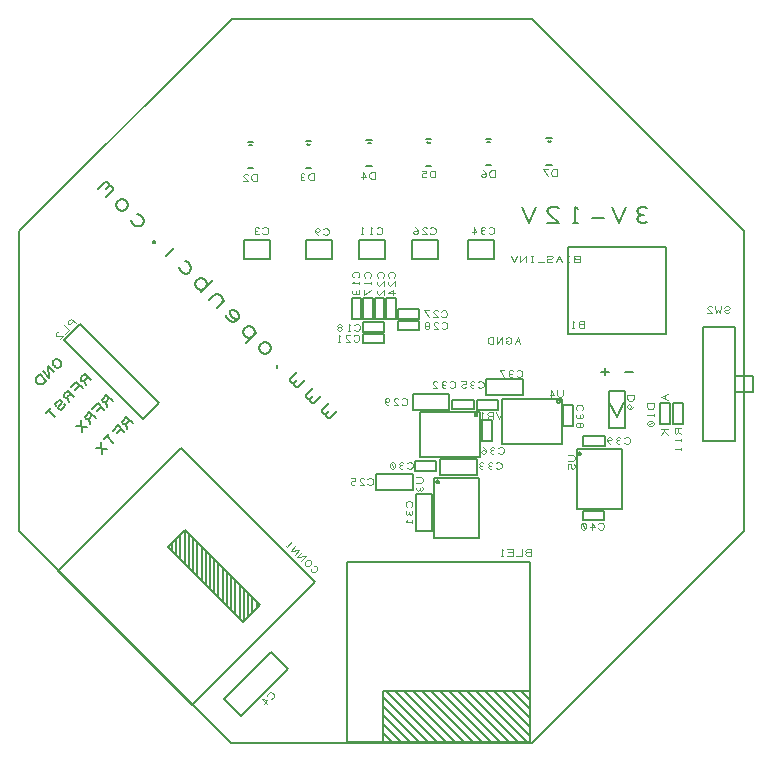
<source format=gbo>
G04 EasyPC Gerber Version 20.0.2 Build 4112 *
G04 #@! TF.Part,Single*
G04 #@! TF.FileFunction,Legend,Bot *
%FSLAX24Y24*%
%MOIN*%
%ADD116C,0.00300*%
%ADD84C,0.00500*%
%ADD117C,0.00600*%
%ADD113C,0.00800*%
X0Y0D02*
D02*
D84*
X1280Y12663D02*
X1227Y12610D01*
X1244Y12592*
X1298Y12574*
X1333*
X1386Y12592*
X1421Y12627*
X1439Y12680*
Y12716*
X1421Y12769*
X1351Y12839*
X1298Y12857*
X1262*
X1209Y12839*
X1174Y12804*
X1156Y12751*
Y12716*
X1174Y12663*
X1209Y12415D02*
X997Y12627D01*
X1032Y12238*
X820Y12451*
X926Y12132D02*
X714Y12344D01*
X608Y12238*
X590Y12185*
Y12150*
X608Y12097*
X679Y12026*
X732Y12009*
X767*
X820Y12026*
X926Y12132*
X2061Y14009D02*
X4695Y11375D01*
X4165Y10845*
X1531Y13479*
X2061Y14009*
X2442Y12158D02*
X2230Y12370D01*
X2106Y12246*
X2088Y12193*
X2106Y12140*
X2159Y12123*
X2212Y12140*
X2336Y12264*
X2212Y12140D02*
X2265Y11981D01*
X2159Y11875D02*
X1947Y12087D01*
X1770Y11911*
X1912Y11840D02*
X2053Y11981D01*
X1876Y11592D02*
X1664Y11804D01*
X1540Y11681*
X1523Y11628*
X1540Y11575*
X1593Y11557*
X1646Y11575*
X1770Y11698*
X1646Y11575D02*
X1699Y11416D01*
X1540Y11363D02*
X1558Y11309D01*
X1540Y11256*
X1470Y11186*
X1417Y11168*
X1364Y11186*
X1346Y11239*
X1364Y11292*
X1434Y11363*
X1452Y11416*
X1434Y11469*
X1381Y11486*
X1328Y11469*
X1258Y11398*
X1240Y11345*
X1258Y11292*
X1222Y10938D02*
X1010Y11150D01*
X1098Y11239D02*
X922Y11062D01*
X3152Y11448D02*
X2940Y11660D01*
X2816Y11536*
X2798Y11483*
X2816Y11430*
X2869Y11413*
X2922Y11430*
X3046Y11554*
X2922Y11430D02*
X2975Y11271D01*
X2869Y11165D02*
X2657Y11377D01*
X2480Y11201*
X2622Y11130D02*
X2763Y11271D01*
X2586Y10882D02*
X2374Y11094D01*
X2250Y10971*
X2233Y10918*
X2250Y10865*
X2303Y10847*
X2356Y10865*
X2480Y10988*
X2356Y10865D02*
X2409Y10706D01*
X2303Y10599D02*
X1915Y10635D01*
X2091Y10812D02*
X2127Y10423D01*
X3822Y10718D02*
X3610Y10930D01*
X3486Y10806*
X3468Y10753*
X3486Y10700*
X3539Y10683*
X3592Y10700*
X3716Y10824*
X3592Y10700D02*
X3645Y10541D01*
X3539Y10435D02*
X3327Y10647D01*
X3150Y10471*
X3292Y10400D02*
X3433Y10541D01*
X3168Y10064D02*
X2956Y10276D01*
X3044Y10364D02*
X2867Y10188D01*
X2973Y9869D02*
X2585Y9905D01*
X2761Y10082D02*
X2797Y9693D01*
X5089Y6706D02*
X5125Y6670D01*
Y6529*
X5266Y6882D02*
Y6387D01*
X5407Y7024D02*
Y6246D01*
X5549Y7165D02*
Y6105D01*
X5690Y7024D02*
Y5963D01*
X5811Y1317D02*
X1327Y5801D01*
X5429Y9902*
X9912Y5419*
X5811Y1317*
X5832Y6882D02*
Y5822D01*
X5973Y6741D02*
Y5680D01*
X6115Y6600D02*
Y5539D01*
X6256Y6458D02*
Y5397D01*
X6397Y6317D02*
Y5256D01*
X6539Y6175D02*
Y5115D01*
X6680Y6034D02*
Y4973D01*
X6822Y5892D02*
Y4832D01*
X6963Y5751D02*
Y4690D01*
X7105Y5610D02*
Y4549D01*
X7246Y5468D02*
Y4408D01*
X7387Y5327D02*
Y4266D01*
X7501Y4096D02*
X4997Y6600D01*
X5556Y7158*
X8059Y4655*
X7501Y4096*
X7953Y4549D02*
Y4761D01*
X7812Y4902*
Y4408*
X7670Y4266*
Y5044*
X7529Y5185*
Y4125*
X8412Y16186D02*
X7546D01*
Y16816*
X8412*
Y16186*
X8986Y2510D02*
X7430Y954D01*
X6864Y1520*
X8420Y3076*
X8986Y2510*
X10620Y11110D02*
X10388Y10878D01*
X10321*
X10255Y10944*
Y11010*
X10354Y11110*
X10255Y11010D02*
X10189Y11010D01*
X10122Y11076*
Y11143*
X10354Y11375*
X10089Y11640D02*
X9857Y11408D01*
X9791*
X9725Y11474*
Y11541*
X9824Y11640*
X9725Y11541D02*
X9658D01*
X9592Y11607*
Y11673*
X9824Y11905*
X9559Y12170D02*
X9327Y11938D01*
X9261*
X9194Y12005*
Y12071*
X9294Y12170*
X9194Y12071D02*
X9128Y12071D01*
X9062Y12137*
Y12203*
X9294Y12435*
X8631Y12568D02*
Y12634D01*
X8664Y12667*
X8333Y13065D02*
X8233Y13032D01*
X8134Y13065*
X8067Y13131*
X8034Y13231*
X8067Y13330*
X8134Y13397*
X8233Y13430*
X8333Y13397*
X8399Y13330*
X8432Y13231*
X8399Y13131*
X8333Y13065*
X7968Y13761D02*
X7603Y13397D01*
X7802Y13596D02*
X7703Y13562D01*
X7603Y13596*
X7537Y13662*
X7504Y13761*
X7537Y13861*
X7603Y13927*
X7703Y13960*
X7802Y13927*
X7869Y13861*
X7902Y13761*
X7869Y13662*
X7802Y13596*
X6940Y14325D02*
Y14258D01*
X7007Y14192*
X7073Y14126*
X7172Y14093*
X7272Y14126*
X7371Y14225*
X7371Y14292*
X7338Y14391*
X7272Y14457*
X7172Y14490*
X7106Y14490*
X7073Y14457*
Y14391*
X7106Y14292*
X7172Y14225*
X7272Y14192*
X7338*
X6642Y14557D02*
X6907Y14822D01*
X6808Y14722D02*
X6841Y14822D01*
X6808Y14921*
X6742Y14988*
X6642Y15021*
X6543Y14988*
X6377Y14822*
X6211Y15187D02*
X6112Y15153D01*
X6012Y15187*
X5946Y15253*
X5913Y15352*
X5946Y15452*
X6012Y15518*
X6112Y15551*
X6211Y15518*
X6278Y15452*
X6311Y15352*
X6278Y15253*
X6112Y15087D02*
X6510Y15485D01*
X5548Y16115D02*
X5648Y16081D01*
X5747Y15982*
X5780Y15883*
X5747Y15783*
X5681Y15717*
X5581Y15684*
X5482Y15717*
X5383Y15816*
X5349Y15916*
X4919Y16280D02*
X5184Y16546D01*
X5283Y16645D02*
X4488Y16711*
X4488Y16778D01*
X4554*
X4554Y16711*
X4488*
X3957Y17706D02*
X4057Y17672D01*
X4156Y17573*
X4189Y17474*
X4156Y17374*
X4090Y17308*
X3990Y17275*
X3891Y17308*
X3792Y17407*
X3758Y17507*
X3560Y17838D02*
X3460Y17805D01*
X3361Y17838*
X3294Y17904*
X3261Y18004*
X3294Y18103*
X3361Y18170*
X3460Y18203*
X3560Y18170*
X3626Y18103*
X3659Y18004*
X3626Y17904*
X3560Y17838*
X2930Y18269D02*
X3195Y18534D01*
X3162Y18501D02*
Y18567D01*
X3096Y18634*
X3029*
X2930Y18534*
X3029Y18634D02*
X3029Y18700D01*
X2963Y18766*
X2897*
X2665Y18534*
X10452Y16186D02*
X9586D01*
Y16816*
X10452*
Y16186*
X11445Y14905D02*
X11125D01*
Y14195*
X11445*
Y14905*
X11825D02*
X11505D01*
Y14195*
X11825*
Y14905*
X12195Y13375D02*
Y13695D01*
X11485*
Y13375*
X12195*
Y13755D02*
Y14075D01*
X11485*
Y13755*
X12195*
X12205Y14905D02*
X11885D01*
Y14195*
X12205*
Y14905*
X12232Y16186D02*
X11366D01*
Y16816*
X12232*
Y16186*
X12585Y14905D02*
X12265D01*
Y14195*
X12585*
Y14905*
X13235Y9445D02*
Y9125D01*
X13945*
Y9445*
X13235*
X13375Y13815D02*
Y14135D01*
X12665*
Y13815*
X13375*
Y14195D02*
Y14515D01*
X12665*
Y14195*
X13375*
X13675Y105D02*
X12175Y1605D01*
Y1305*
X13375Y105*
X13075*
X12175Y1005*
Y705*
X12775Y105*
X12475*
X12175Y405*
X13975Y105D02*
X12275Y1805D01*
X13992Y16186D02*
X13126D01*
Y16816*
X13992*
Y16186*
X14275Y105D02*
X12575Y1805D01*
X14475Y11495D02*
Y11175D01*
X15185*
Y11495*
X14475*
X14575Y105D02*
X12875Y1805D01*
X14875Y105D02*
X13175Y1805D01*
X15175Y105D02*
X13475Y1805D01*
X15475Y105D02*
X13775Y1805D01*
X15475Y10115D02*
X15795D01*
Y10825*
X15475*
Y10115*
X15775Y105D02*
X14075Y1805D01*
X15872Y16186D02*
X15006D01*
Y16816*
X15872*
Y16186*
X15995Y11165D02*
Y11485D01*
X15285*
Y11165*
X15995*
X16075Y105D02*
X14375Y1805D01*
X16375Y105D02*
X14675Y1805D01*
X16675Y105D02*
X14975Y1805D01*
X16830Y11650D02*
Y12180D01*
X15600*
Y11650*
X16830*
X16975Y105D02*
X15275Y1805D01*
X17075Y105D02*
X12175D01*
Y1805*
X17075*
Y105*
X10975*
Y6105*
X17075*
Y105*
Y305D02*
X15575Y1805D01*
X17075Y605D02*
X15875Y1805D01*
X17075Y905D02*
X16175Y1805D01*
X17075Y1205D02*
X16475Y1805D01*
X17075Y1505D02*
X16775Y1805D01*
X17135Y24195D02*
X7115D01*
X35Y17115*
Y7125*
X7105Y55*
X17115*
X24195Y7135*
Y17125*
X23795Y17525*
X17135Y24195*
X18335Y16605D02*
X21585D01*
Y13705*
X18335*
Y16605*
X18495Y11325D02*
X18175D01*
Y10615*
X18495*
Y11325*
X18835Y7795D02*
Y7475D01*
X19545*
Y7795*
X18835*
X18845Y10275D02*
Y9955D01*
X19555*
Y10275*
X18845*
X19435Y12436D02*
X19685D01*
X19560Y12561D02*
Y12311D01*
X19690Y10550D02*
X20220D01*
Y11780*
X19690*
Y10550*
X19705Y11415D02*
X19955Y10915D01*
X20205Y11415*
X20235Y12436D02*
X20485D01*
X20968Y17423D02*
X20874Y17376D01*
X20781*
X20687Y17423*
X20640Y17516*
X20687Y17610*
X20781Y17657*
X20874*
X20781D02*
X20687Y17704D01*
X20640Y17798*
X20687Y17891*
X20781Y17938*
X20874*
X20968Y17891*
X20265Y17938D02*
X20031Y17376D01*
X19796Y17938*
X19515Y17563D02*
X19140D01*
X18671Y17376D02*
X18484D01*
X18577D02*
Y17938D01*
X18671Y17844*
X17640Y17376D02*
X18015D01*
X17687Y17704*
X17640Y17798*
X17687Y17891*
X17781Y17938*
X17921*
X18015Y17891*
X17265Y17938D02*
X17031Y17376D01*
X16796Y17938*
X21715Y11385D02*
X21395D01*
Y10675*
X21715*
Y11385*
X21845Y10675D02*
X22165D01*
Y11385*
X21845*
Y10675*
X23885Y13915D02*
Y10115D01*
X22845*
Y13915*
X23885*
X24485Y12275D02*
Y11755D01*
X23885*
Y12275*
X24485*
D02*
D113*
X11930Y9020D02*
Y8490D01*
X13160*
Y9020*
X11930*
X13260Y7120D02*
X13790D01*
Y8350*
X13260*
Y7120*
X13395Y11075D02*
Y9575D01*
X15395*
Y11075*
X13395*
X13875Y6895D02*
X15375D01*
Y8895*
X13875*
Y6895*
X13986Y8722D02*
X13974Y8723D01*
X13963Y8728*
X13954Y8735*
X13947Y8744*
X13943Y8755*
X13941Y8766*
X13943Y8778*
X13947Y8789*
X13954Y8798*
X13963Y8805*
X13974Y8809*
X13986Y8811*
X13997Y8809*
X14008Y8805*
X14017Y8798*
X14024Y8789*
X14029Y8778*
X14030Y8766*
X14029Y8755*
X14024Y8744*
X14017Y8735*
X14008Y8728*
X13997Y8723*
X13986Y8722*
X14380Y11170D02*
Y11700D01*
X13150*
Y11170*
X14380*
X15214Y10999D02*
X15216Y11011D01*
X15220Y11021*
X15227Y11031*
X15237Y11038*
X15247Y11042*
X15259Y11044*
X15271Y11042*
X15281Y11038*
X15291Y11031*
X15298Y11021*
X15302Y11011*
X15304Y10999*
X15302Y10988*
X15298Y10977*
X15291Y10967*
X15281Y10960*
X15270Y10956*
X15259Y10954*
X15247Y10956*
X15237Y10960*
X15227Y10968*
X15220Y10977*
X15216Y10988*
X15214Y10999*
X15290Y9000D02*
Y9530D01*
X14060*
Y9000*
X15290*
X16145Y11525D02*
Y10025D01*
X18145*
Y11525*
X16145*
X17964Y11449D02*
X17966Y11461D01*
X17970Y11471*
X17977Y11481*
X17987Y11488*
X17997Y11492*
X18009Y11494*
X18021Y11492*
X18031Y11488*
X18041Y11481*
X18048Y11471*
X18052Y11461*
X18054Y11449*
X18052Y11438*
X18048Y11427*
X18041Y11417*
X18031Y11410*
X18020Y11406*
X18009Y11404*
X17997Y11406*
X17987Y11410*
X17977Y11418*
X17970Y11427*
X17966Y11438*
X17964Y11449*
X18635Y7845D02*
X20135D01*
Y9845*
X18635*
Y7845*
X18711Y9664D02*
X18699Y9666D01*
X18689Y9670*
X18679Y9677*
X18672Y9687*
X18668Y9697*
X18666Y9709*
X18668Y9721*
X18672Y9731*
X18679Y9741*
X18689Y9748*
X18699Y9752*
X18711Y9754*
X18722Y9752*
X18733Y9748*
X18743Y9741*
X18750Y9731*
X18754Y9720*
X18756Y9709*
X18754Y9697*
X18750Y9687*
X18742Y9677*
X18733Y9670*
X18722Y9666*
X18711Y9664*
D02*
D116*
X1916Y14049D02*
X1756Y14208D01*
X1664Y14115*
X1650Y14075*
X1664Y14035*
X1703Y14022*
X1743Y14035*
X1836Y14128*
X1544Y13996D02*
X1703Y13837D01*
X1571Y13704*
X1385Y13518D02*
X1491Y13624D01*
X1306*
X1266Y13638*
X1253Y13677*
X1266Y13717*
X1306Y13757*
X1346Y13770*
X7955Y18801D02*
Y19026D01*
X7842*
X7805Y19008*
X7786Y18989*
X7767Y18951*
Y18876*
X7786Y18839*
X7805Y18820*
X7842Y18801*
X7955*
X7505D02*
X7655D01*
X7524Y18933*
X7505Y18970*
X7524Y19008*
X7561Y19026*
X7617*
X7655Y19008*
X8147Y17059D02*
X8166Y17040D01*
X8204Y17021*
X8260*
X8297Y17040*
X8316Y17059*
X8335Y17096*
Y17171*
X8316Y17209*
X8297Y17228*
X8260Y17246*
X8204*
X8166Y17228*
X8147Y17209*
X8016Y17040D02*
X7979Y17021D01*
X7941*
X7904Y17040*
X7885Y17078*
X7904Y17115*
X7941Y17134*
X7979*
X7941D02*
X7904Y17153D01*
X7885Y17190*
X7904Y17228*
X7941Y17246*
X7979*
X8016Y17228*
X8416Y1529D02*
X8443D01*
X8482Y1542*
X8522Y1582*
X8535Y1621*
X8535Y1648*
X8522Y1688*
X8469Y1741*
X8429Y1754*
X8403*
X8363Y1741*
X8323Y1701*
X8310Y1661*
Y1635*
X8297Y1356D02*
X8138Y1515D01*
X8310Y1476*
X8204Y1370*
X9749Y5864D02*
Y5837D01*
X9762Y5798*
X9802Y5758*
X9841Y5745*
X9868Y5745*
X9908Y5758*
X9961Y5811*
X9974Y5851*
Y5877*
X9961Y5917*
X9921Y5957*
X9881Y5970*
X9855*
X9696D02*
X9749Y6023D01*
X9762Y6063*
Y6089*
X9749Y6129*
X9722Y6156*
X9682Y6169*
X9656*
X9616Y6156*
X9563Y6103*
X9550Y6063*
Y6036*
X9563Y5996*
X9590Y5970*
X9629Y5957*
X9656Y5957*
X9696Y5970*
X9431Y6129D02*
X9590Y6288D01*
X9298Y6262*
X9457Y6421*
X9218Y6341D02*
X9377Y6500D01*
X9086Y6474*
X9245Y6633*
X8980Y6580D02*
X8927Y6633D01*
X8953Y6606D02*
X9112Y6765D01*
X9112Y6712*
X9865Y18821D02*
Y19046D01*
X9752*
X9715Y19028*
X9696Y19009*
X9677Y18971*
Y18896*
X9696Y18859*
X9715Y18840*
X9752Y18821*
X9865*
X9546Y18840D02*
X9509Y18821D01*
X9471*
X9434Y18840*
X9415Y18878*
X9434Y18915*
X9471Y18934*
X9509*
X9471D02*
X9434Y18953D01*
X9415Y18990*
X9434Y19028*
X9471Y19046*
X9509*
X9546Y19028*
X10167Y17029D02*
X10186Y17010D01*
X10224Y16991*
X10280*
X10317Y17010*
X10336Y17029*
X10355Y17066*
Y17141*
X10336Y17179*
X10317Y17198*
X10280Y17216*
X10224*
X10186Y17198*
X10167Y17179*
X9999Y16991D02*
X9961Y17010D01*
X9924Y17048*
X9905Y17104*
Y17160*
X9924Y17198*
X9961Y17216*
X9999*
X10036Y17198*
X10055Y17160*
X10036Y17123*
X9999Y17104*
X9961*
X9924Y17123*
X9905Y17160*
X11187Y13479D02*
X11206Y13460D01*
X11244Y13441*
X11300*
X11337Y13460*
X11356Y13479*
X11375Y13516*
Y13591*
X11356Y13629*
X11337Y13648*
X11300Y13666*
X11244*
X11206Y13648*
X11187Y13629*
X10925Y13441D02*
X11075D01*
X10944Y13573*
X10925Y13610*
X10944Y13648*
X10981Y13666*
X11037*
X11075Y13648*
X10737Y13441D02*
X10662D01*
X10700D02*
Y13666D01*
X10737Y13629*
X11207Y13839D02*
X11226Y13820D01*
X11264Y13801*
X11320*
X11357Y13820*
X11376Y13839*
X11395Y13876*
Y13951*
X11376Y13989*
X11357Y14008*
X11320Y14026*
X11264*
X11226Y14008*
X11207Y13989*
X11057Y13801D02*
X10982D01*
X11020D02*
Y14026D01*
X11057Y13989*
X10739Y13914D02*
X10701D01*
X10664Y13933*
X10645Y13970*
X10664Y14008*
X10701Y14026*
X10739*
X10776Y14008*
X10795Y13970*
X10776Y13933*
X10739Y13914*
X10776Y13895*
X10795Y13858*
X10776Y13820*
X10739Y13801*
X10701*
X10664Y13820*
X10645Y13858*
X10664Y13895*
X10701Y13914*
X11331Y15577D02*
X11350Y15596D01*
X11369Y15634*
Y15690*
X11350Y15727*
X11331Y15746*
X11294Y15765*
X11219*
X11181Y15746*
X11162Y15727*
X11144Y15690*
Y15634*
X11162Y15596*
X11181Y15577*
X11369Y15427D02*
Y15352D01*
Y15390D02*
X11144D01*
X11181Y15427*
X11350Y15146D02*
X11369Y15109D01*
Y15071*
X11350Y15034*
X11312Y15015*
X11275Y15034*
X11256Y15071*
Y15109*
Y15071D02*
X11237Y15034D01*
X11200Y15015*
X11162Y15034*
X11144Y15071*
Y15109*
X11162Y15146*
X11721Y15567D02*
X11740Y15586D01*
X11759Y15624*
Y15680*
X11740Y15717*
X11721Y15736*
X11684Y15755*
X11609*
X11571Y15736*
X11552Y15717*
X11534Y15680*
Y15624*
X11552Y15586*
X11571Y15567*
X11759Y15417D02*
Y15342D01*
Y15380D02*
X11534D01*
X11571Y15417*
X11759Y15155D02*
X11534Y15005D01*
Y15155*
X11647Y8699D02*
X11666Y8680D01*
X11704Y8661*
X11760*
X11797Y8680*
X11816Y8699*
X11835Y8736*
Y8811*
X11816Y8849*
X11797Y8868*
X11760Y8886*
X11704*
X11666Y8868*
X11647Y8849*
X11385Y8661D02*
X11535D01*
X11404Y8793*
X11385Y8830*
X11404Y8868*
X11441Y8886*
X11497*
X11535Y8868*
X11235Y8680D02*
X11197Y8661D01*
X11141*
X11104Y8680*
X11085Y8718*
Y8736*
X11104Y8774*
X11141Y8793*
X11235*
Y8886*
X11085*
X11895Y18861D02*
Y19086D01*
X11782*
X11745Y19068*
X11726Y19049*
X11707Y19011*
Y18936*
X11726Y18899*
X11745Y18880*
X11782Y18861*
X11895*
X11501D02*
Y19086D01*
X11595Y18936*
X11445*
X11957Y17059D02*
X11976Y17040D01*
X12014Y17021*
X12070*
X12107Y17040*
X12126Y17059*
X12145Y17096*
Y17171*
X12126Y17209*
X12107Y17228*
X12070Y17246*
X12014*
X11976Y17228*
X11957Y17209*
X11807Y17021D02*
X11732D01*
X11770D02*
Y17246D01*
X11807Y17209*
X11507Y17021D02*
X11432D01*
X11470D02*
Y17246D01*
X11507Y17209*
X12151Y15567D02*
X12170Y15586D01*
X12189Y15624*
Y15680*
X12170Y15717*
X12151Y15736*
X12114Y15755*
X12039*
X12001Y15736*
X11982Y15717*
X11964Y15680*
Y15624*
X11982Y15586*
X12001Y15567*
X12189Y15305D02*
Y15455D01*
X12057Y15324*
X12020Y15305*
X11982Y15324*
X11964Y15361*
Y15417*
X11982Y15455*
X12189Y15005D02*
Y15155D01*
X12057Y15024*
X12020Y15005*
X11982Y15024*
X11964Y15061*
Y15117*
X11982Y15155*
X12521Y15567D02*
X12540Y15586D01*
X12559Y15624*
Y15680*
X12540Y15717*
X12521Y15736*
X12484Y15755*
X12409*
X12371Y15736*
X12352Y15717*
X12334Y15680*
Y15624*
X12352Y15586*
X12371Y15567*
X12559Y15305D02*
Y15455D01*
X12427Y15324*
X12390Y15305*
X12352Y15324*
X12334Y15361*
Y15417*
X12352Y15455*
X12559Y15061D02*
X12334D01*
X12484Y15155*
Y15005*
X12787Y11359D02*
X12806Y11340D01*
X12844Y11321*
X12900*
X12937Y11340*
X12956Y11359*
X12975Y11396*
Y11471*
X12956Y11509*
X12937Y11528*
X12900Y11546*
X12844*
X12806Y11528*
X12787Y11509*
X12525Y11321D02*
X12675D01*
X12544Y11453*
X12525Y11490*
X12544Y11528*
X12581Y11546*
X12637*
X12675Y11528*
X12319Y11321D02*
X12281Y11340D01*
X12244Y11378*
X12225Y11434*
Y11490*
X12244Y11528*
X12281Y11546*
X12319*
X12356Y11528*
X12375Y11490*
X12356Y11453*
X12319Y11434*
X12281*
X12244Y11453*
X12225Y11490*
X12967Y9239D02*
X12986Y9220D01*
X13024Y9201*
X13080*
X13117Y9220*
X13136Y9239*
X13155Y9276*
Y9351*
X13136Y9389*
X13117Y9408*
X13080Y9426*
X13024*
X12986Y9408*
X12967Y9389*
X12836Y9220D02*
X12799Y9201D01*
X12761*
X12724Y9220*
X12705Y9258*
X12724Y9295*
X12761Y9314*
X12799*
X12761D02*
X12724Y9333D01*
X12705Y9370*
X12724Y9408*
X12761Y9426*
X12799*
X12836Y9408*
X12536Y9220D02*
X12499Y9201D01*
X12461*
X12424Y9220*
X12405Y9258*
Y9370*
X12424Y9408*
X12461Y9426*
X12499*
X12536Y9408*
X12555Y9370*
Y9258*
X12536Y9220*
X12424Y9408*
X13101Y7927D02*
X13120Y7946D01*
X13139Y7984*
Y8040*
X13120Y8077*
X13101Y8096*
X13064Y8115*
X12989*
X12951Y8096*
X12932Y8077*
X12914Y8040*
Y7984*
X12932Y7946*
X12951Y7927*
X13120Y7796D02*
X13139Y7759D01*
Y7721*
X13120Y7684*
X13082Y7665*
X13045Y7684*
X13026Y7721*
Y7759*
Y7721D02*
X13007Y7684D01*
X12970Y7665*
X12932Y7684*
X12914Y7721*
Y7759*
X12932Y7796*
X13139Y7477D02*
Y7402D01*
Y7440D02*
X12914D01*
X12951Y7477*
X13274Y8915D02*
X13442D01*
X13480Y8896*
X13499Y8859*
Y8784*
X13480Y8746*
X13442Y8727*
X13274*
X13480Y8596D02*
X13499Y8559D01*
Y8521*
X13480Y8484*
X13442Y8465*
X13405Y8484*
X13386Y8521*
Y8559*
Y8521D02*
X13367Y8484D01*
X13330Y8465*
X13292Y8484*
X13274Y8521*
Y8559*
X13292Y8596*
X13905Y18911D02*
Y19136D01*
X13792*
X13755Y19118*
X13736Y19099*
X13717Y19061*
Y18986*
X13736Y18949*
X13755Y18930*
X13792Y18911*
X13905*
X13605Y18930D02*
X13567Y18911D01*
X13511*
X13474Y18930*
X13455Y18968*
Y18986*
X13474Y19024*
X13511Y19043*
X13605*
Y19136*
X13455*
X13727Y17059D02*
X13746Y17040D01*
X13784Y17021*
X13840*
X13877Y17040*
X13896Y17059*
X13915Y17096*
Y17171*
X13896Y17209*
X13877Y17228*
X13840Y17246*
X13784*
X13746Y17228*
X13727Y17209*
X13465Y17021D02*
X13615D01*
X13484Y17153*
X13465Y17190*
X13484Y17228*
X13521Y17246*
X13577*
X13615Y17228*
X13315Y17078D02*
X13296Y17115D01*
X13259Y17134*
X13221*
X13184Y17115*
X13165Y17078*
X13184Y17040*
X13221Y17021*
X13259*
X13296Y17040*
X13315Y17078*
Y17134*
X13296Y17190*
X13259Y17228*
X13221Y17246*
X14107Y14289D02*
X14126Y14270D01*
X14164Y14251*
X14220*
X14257Y14270*
X14276Y14289*
X14295Y14326*
Y14401*
X14276Y14439*
X14257Y14458*
X14220Y14476*
X14164*
X14126Y14458*
X14107Y14439*
X13845Y14251D02*
X13995D01*
X13864Y14383*
X13845Y14420*
X13864Y14458*
X13901Y14476*
X13957*
X13995Y14458*
X13695Y14251D02*
X13545Y14476D01*
X13695*
X14117Y13899D02*
X14136Y13880D01*
X14174Y13861*
X14230*
X14267Y13880*
X14286Y13899*
X14305Y13936*
Y14011*
X14286Y14049*
X14267Y14068*
X14230Y14086*
X14174*
X14136Y14068*
X14117Y14049*
X13855Y13861D02*
X14005D01*
X13874Y13993*
X13855Y14030*
X13874Y14068*
X13911Y14086*
X13967*
X14005Y14068*
X13649Y13974D02*
X13611D01*
X13574Y13993*
X13555Y14030*
X13574Y14068*
X13611Y14086*
X13649*
X13686Y14068*
X13705Y14030*
X13686Y13993*
X13649Y13974*
X13686Y13955*
X13705Y13918*
X13686Y13880*
X13649Y13861*
X13611*
X13574Y13880*
X13555Y13918*
X13574Y13955*
X13611Y13974*
X14387Y11929D02*
X14406Y11910D01*
X14444Y11891*
X14500*
X14537Y11910*
X14556Y11929*
X14575Y11966*
Y12041*
X14556Y12079*
X14537Y12098*
X14500Y12116*
X14444*
X14406Y12098*
X14387Y12079*
X14256Y11910D02*
X14219Y11891D01*
X14181*
X14144Y11910*
X14125Y11948*
X14144Y11985*
X14181Y12004*
X14219*
X14181D02*
X14144Y12023D01*
X14125Y12060*
X14144Y12098*
X14181Y12116*
X14219*
X14256Y12098*
X13825Y11891D02*
X13975D01*
X13844Y12023*
X13825Y12060*
X13844Y12098*
X13881Y12116*
X13937*
X13975Y12098*
X15327Y11929D02*
X15346Y11910D01*
X15384Y11891*
X15440*
X15477Y11910*
X15496Y11929*
X15515Y11966*
Y12041*
X15496Y12079*
X15477Y12098*
X15440Y12116*
X15384*
X15346Y12098*
X15327Y12079*
X15196Y11910D02*
X15159Y11891D01*
X15121*
X15084Y11910*
X15065Y11948*
X15084Y11985*
X15121Y12004*
X15159*
X15121D02*
X15084Y12023D01*
X15065Y12060*
X15084Y12098*
X15121Y12116*
X15159*
X15196Y12098*
X14915Y11910D02*
X14877Y11891D01*
X14821*
X14784Y11910*
X14765Y11948*
Y11966*
X14784Y12004*
X14821Y12023*
X14915*
Y12116*
X14765*
X15687Y17069D02*
X15706Y17050D01*
X15744Y17031*
X15800*
X15837Y17050*
X15856Y17069*
X15875Y17106*
Y17181*
X15856Y17219*
X15837Y17238*
X15800Y17256*
X15744*
X15706Y17238*
X15687Y17219*
X15556Y17050D02*
X15519Y17031D01*
X15481*
X15444Y17050*
X15425Y17088*
X15444Y17125*
X15481Y17144*
X15519*
X15481D02*
X15444Y17163D01*
X15425Y17200*
X15444Y17238*
X15481Y17256*
X15519*
X15556Y17238*
X15181Y17031D02*
Y17256D01*
X15275Y17106*
X15125*
X15895Y18921D02*
Y19146D01*
X15782*
X15745Y19128*
X15726Y19109*
X15707Y19071*
Y18996*
X15726Y18959*
X15745Y18940*
X15782Y18921*
X15895*
X15595Y18978D02*
X15576Y19015D01*
X15539Y19034*
X15501*
X15464Y19015*
X15445Y18978*
X15464Y18940*
X15501Y18921*
X15539*
X15576Y18940*
X15595Y18978*
Y19034*
X15576Y19090*
X15539Y19128*
X15501Y19146*
X15927Y9229D02*
X15946Y9210D01*
X15984Y9191*
X16040*
X16077Y9210*
X16096Y9229*
X16115Y9266*
Y9341*
X16096Y9379*
X16077Y9398*
X16040Y9416*
X15984*
X15946Y9398*
X15927Y9379*
X15796Y9210D02*
X15759Y9191D01*
X15721*
X15684Y9210*
X15665Y9248*
X15684Y9285*
X15721Y9304*
X15759*
X15721D02*
X15684Y9323D01*
X15665Y9360*
X15684Y9398*
X15721Y9416*
X15759*
X15796Y9398*
X15496Y9210D02*
X15459Y9191D01*
X15421*
X15384Y9210*
X15365Y9248*
X15384Y9285*
X15421Y9304*
X15459*
X15421D02*
X15384Y9323D01*
X15365Y9360*
X15384Y9398*
X15421Y9416*
X15459*
X15496Y9398*
X16135Y11086D02*
X16041Y10861D01*
X15947Y11086*
X15835Y10861D02*
Y11086D01*
X15704*
X15666Y11068*
X15647Y11030*
X15666Y10993*
X15704Y10974*
X15835*
X15704D02*
X15647Y10861D01*
X15497D02*
X15422D01*
X15460D02*
Y11086D01*
X15497Y11049*
X16007Y9739D02*
X16026Y9720D01*
X16064Y9701*
X16120*
X16157Y9720*
X16176Y9739*
X16195Y9776*
Y9851*
X16176Y9889*
X16157Y9908*
X16120Y9926*
X16064*
X16026Y9908*
X16007Y9889*
X15876Y9720D02*
X15839Y9701D01*
X15801*
X15764Y9720*
X15745Y9758*
X15764Y9795*
X15801Y9814*
X15839*
X15801D02*
X15764Y9833D01*
X15745Y9870*
X15764Y9908*
X15801Y9926*
X15839*
X15876Y9908*
X15595Y9758D02*
X15576Y9795D01*
X15539Y9814*
X15501*
X15464Y9795*
X15445Y9758*
X15464Y9720*
X15501Y9701*
X15539*
X15576Y9720*
X15595Y9758*
Y9814*
X15576Y9870*
X15539Y9908*
X15501Y9926*
X16745Y13361D02*
X16651Y13586D01*
X16557Y13361*
X16707Y13455D02*
X16595D01*
X16314D02*
X16257D01*
Y13436*
X16276Y13399*
X16295Y13380*
X16332Y13361*
X16370*
X16407Y13380*
X16426Y13399*
X16445Y13436*
Y13511*
X16426Y13549*
X16407Y13568*
X16370Y13586*
X16332*
X16295Y13568*
X16276Y13549*
X16257Y13511*
X16145Y13361D02*
Y13586D01*
X15957Y13361*
Y13586*
X15845Y13361D02*
Y13586D01*
X15732*
X15695Y13568*
X15676Y13549*
X15657Y13511*
Y13436*
X15676Y13399*
X15695Y13380*
X15732Y13361*
X15845*
X16617Y12299D02*
X16636Y12280D01*
X16674Y12261*
X16730*
X16767Y12280*
X16786Y12299*
X16805Y12336*
Y12411*
X16786Y12449*
X16767Y12468*
X16730Y12486*
X16674*
X16636Y12468*
X16617Y12449*
X16486Y12280D02*
X16449Y12261D01*
X16411*
X16374Y12280*
X16355Y12318*
X16374Y12355*
X16411Y12374*
X16449*
X16411D02*
X16374Y12393D01*
X16355Y12430*
X16374Y12468*
X16411Y12486*
X16449*
X16486Y12468*
X16205Y12261D02*
X16055Y12486D01*
X16205*
X16964Y6414D02*
X16926Y6395D01*
X16907Y6358*
X16926Y6320*
X16964Y6301*
X17095*
Y6526*
X16964*
X16926Y6508*
X16907Y6470*
X16926Y6433*
X16964Y6414*
X17095*
X16795Y6526D02*
Y6301D01*
X16607*
X16495D02*
Y6526D01*
X16307*
X16345Y6414D02*
X16495D01*
Y6301D02*
X16307D01*
X16157D02*
X16082D01*
X16120D02*
Y6526D01*
X16157Y6489*
X17955Y18951D02*
Y19176D01*
X17842*
X17805Y19158*
X17786Y19139*
X17767Y19101*
Y19026*
X17786Y18989*
X17805Y18970*
X17842Y18951*
X17955*
X17655D02*
X17505Y19176D01*
X17655*
X18165Y11816D02*
Y11648D01*
X18146Y11610*
X18109Y11591*
X18034*
X17996Y11610*
X17977Y11648*
Y11816*
X17771Y11591D02*
Y11816D01*
X17865Y11666*
X17715*
X18334Y9645D02*
X18502D01*
X18540Y9626*
X18559Y9589*
Y9514*
X18540Y9476*
X18502Y9457*
X18334*
X18540Y9345D02*
X18559Y9307D01*
Y9251*
X18540Y9214*
X18502Y9195*
X18484*
X18446Y9214*
X18427Y9251*
Y9345*
X18334*
Y9195*
X18584Y16194D02*
X18546Y16175D01*
X18527Y16138*
X18546Y16100*
X18584Y16081*
X18715*
Y16306*
X18584*
X18546Y16288*
X18527Y16250*
X18546Y16213*
X18584Y16194*
X18715*
X18359Y16081D02*
X18284D01*
X18321D02*
Y16306D01*
X18359D02*
X18284D01*
X18115Y16081D02*
X18021Y16306D01*
X17927Y16081*
X18077Y16175D02*
X17965D01*
X17815Y16138D02*
X17796Y16100D01*
X17759Y16081*
X17684*
X17646Y16100*
X17627Y16138*
X17646Y16175*
X17684Y16194*
X17759*
X17796Y16213*
X17815Y16250*
X17796Y16288*
X17759Y16306*
X17684*
X17646Y16288*
X17627Y16250*
X17515Y16081D02*
X17327D01*
X17159D02*
X17084D01*
X17121D02*
Y16306D01*
X17159D02*
X17084D01*
X16915Y16081D02*
Y16306D01*
X16727Y16081*
Y16306*
X16615D02*
X16521Y16081D01*
X16427Y16306*
X18744Y14014D02*
X18706Y13995D01*
X18687Y13958*
X18706Y13920*
X18744Y13901*
X18875*
Y14126*
X18744*
X18706Y14108*
X18687Y14070*
X18706Y14033*
X18744Y14014*
X18875*
X18537Y13901D02*
X18462D01*
X18500D02*
Y14126D01*
X18537Y14089*
X18791Y11147D02*
X18810Y11166D01*
X18829Y11204*
Y11260*
X18810Y11297*
X18791Y11316*
X18754Y11335*
X18679*
X18641Y11316*
X18622Y11297*
X18604Y11260*
Y11204*
X18622Y11166*
X18641Y11147*
X18810Y11016D02*
X18829Y10979D01*
Y10941*
X18810Y10904*
X18772Y10885*
X18735Y10904*
X18716Y10941*
Y10979*
Y10941D02*
X18697Y10904D01*
X18660Y10885*
X18622Y10904*
X18604Y10941*
Y10979*
X18622Y11016*
X18716Y10679D02*
Y10641D01*
X18697Y10604*
X18660Y10585*
X18622Y10604*
X18604Y10641*
Y10679*
X18622Y10716*
X18660Y10735*
X18697Y10716*
X18716Y10679*
X18735Y10716*
X18772Y10735*
X18810Y10716*
X18829Y10679*
Y10641*
X18810Y10604*
X18772Y10585*
X18735Y10604*
X18716Y10641*
X19337Y7209D02*
X19356Y7190D01*
X19394Y7171*
X19450*
X19487Y7190*
X19506Y7209*
X19525Y7246*
Y7321*
X19506Y7359*
X19487Y7378*
X19450Y7396*
X19394*
X19356Y7378*
X19337Y7359*
X19131Y7171D02*
Y7396D01*
X19225Y7246*
X19075*
X18906Y7190D02*
X18869Y7171D01*
X18831*
X18794Y7190*
X18775Y7228*
Y7340*
X18794Y7378*
X18831Y7396*
X18869*
X18906Y7378*
X18925Y7340*
Y7228*
X18906Y7190*
X18794Y7378*
X20207Y10069D02*
X20226Y10050D01*
X20264Y10031*
X20320*
X20357Y10050*
X20376Y10069*
X20395Y10106*
Y10181*
X20376Y10219*
X20357Y10238*
X20320Y10256*
X20264*
X20226Y10238*
X20207Y10219*
X20076Y10050D02*
X20039Y10031D01*
X20001*
X19964Y10050*
X19945Y10088*
X19964Y10125*
X20001Y10144*
X20039*
X20001D02*
X19964Y10163D01*
X19945Y10200*
X19964Y10238*
X20001Y10256*
X20039*
X20076Y10238*
X19739Y10031D02*
X19701Y10050D01*
X19664Y10088*
X19645Y10144*
Y10200*
X19664Y10238*
X19701Y10256*
X19739*
X19776Y10238*
X19795Y10200*
X19776Y10163*
X19739Y10144*
X19701*
X19664Y10163*
X19645Y10200*
X20529Y11655D02*
X20304D01*
Y11542*
X20322Y11505*
X20341Y11486*
X20379Y11467*
X20454*
X20491Y11486*
X20510Y11505*
X20529Y11542*
Y11655*
Y11299D02*
X20510Y11261D01*
X20472Y11224*
X20416Y11205*
X20360*
X20322Y11224*
X20304Y11261*
Y11299*
X20322Y11336*
X20360Y11355*
X20397Y11336*
X20416Y11299*
Y11261*
X20397Y11224*
X20360Y11205*
X21199Y11375D02*
X20974D01*
Y11262*
X20992Y11225*
X21011Y11206*
X21049Y11187*
X21124*
X21161Y11206*
X21180Y11225*
X21199Y11262*
Y11375*
Y11037D02*
Y10962D01*
Y11000D02*
X20974D01*
X21011Y11037*
X21180Y10756D02*
X21199Y10719D01*
Y10681*
X21180Y10644*
X21142Y10625*
X21030*
X20992Y10644*
X20974Y10681*
Y10719*
X20992Y10756*
X21030Y10775*
X21142*
X21180Y10756*
X20992Y10644*
X21649Y10515D02*
X21424D01*
X21536D02*
Y10459D01*
X21424Y10327*
X21536Y10459D02*
X21649Y10327D01*
Y11685D02*
X21424Y11591D01*
X21649Y11497*
X21555Y11647D02*
Y11535D01*
X22109Y10545D02*
X21884D01*
Y10414*
X21902Y10376*
X21940Y10357*
X21977Y10376*
X21996Y10414*
Y10545*
Y10414D02*
X22109Y10357D01*
Y10207D02*
Y10132D01*
Y10170D02*
X21884D01*
X21921Y10207*
X22109Y9907D02*
Y9832D01*
Y9870D02*
X21884D01*
X21921Y9907*
X23725Y14448D02*
X23706Y14410D01*
X23669Y14391*
X23594*
X23556Y14410*
X23537Y14448*
X23556Y14485*
X23594Y14504*
X23669*
X23706Y14523*
X23725Y14560*
X23706Y14598*
X23669Y14616*
X23594*
X23556Y14598*
X23537Y14560*
X23425Y14616D02*
X23406Y14391D01*
X23331Y14504*
X23256Y14391*
X23237Y14616*
X22975Y14391D02*
X23125D01*
X22994Y14523*
X22975Y14560*
X22994Y14598*
X23031Y14616*
X23087*
X23125Y14598*
D02*
D117*
X7648Y20104D02*
X7837D01*
X7794Y19995D02*
X7777Y19989D01*
X7760Y19985*
X7743Y19984*
X7725Y19985*
X7708Y19989*
X7691Y19995*
X7837Y19218D02*
X7648D01*
X9588Y20124D02*
X9777D01*
X9734Y20015D02*
X9717Y20009D01*
X9700Y20005*
X9683Y20004*
X9665Y20005*
X9648Y20009*
X9631Y20015*
X9777Y19238D02*
X9588D01*
X11608Y20164D02*
X11797D01*
X11754Y20055D02*
X11737Y20049D01*
X11720Y20045*
X11703Y20044*
X11685Y20045*
X11668Y20049*
X11651Y20055*
X11797Y19278D02*
X11608D01*
X13588Y20184D02*
X13777D01*
X13734Y20075D02*
X13717Y20069D01*
X13700Y20065*
X13683Y20064*
X13665Y20065*
X13648Y20069*
X13631Y20075*
X13777Y19298D02*
X13588D01*
X15588Y20204D02*
X15777D01*
X15734Y20095D02*
X15717Y20089D01*
X15700Y20085*
X15683Y20084*
X15665Y20085*
X15648Y20089*
X15631Y20095*
X15777Y19318D02*
X15588D01*
X17608Y20224D02*
X17797D01*
X17754Y20115D02*
X17737Y20109D01*
X17720Y20105*
X17703Y20104*
X17685Y20105*
X17668Y20109*
X17651Y20115*
X17797Y19338D02*
X17608D01*
X0Y0D02*
M02*

</source>
